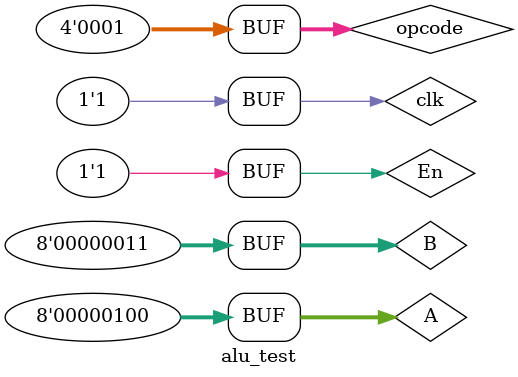
<source format=v>
`timescale 1ns / 1ps


module alu_test;

	// Inputs
	reg [7:0] A;
	reg [7:0] B;
	reg [3:0] opcode;
	reg clk;
	reg En;

	// Outputs
	wire [7:0] ANS;
	wire [3:0] FL;

	// Instantiate the Unit Under Test (UUT)
	ALU uut (
		.A(A), 
		.B(B), 
		.ANS(ANS), 
		.FL(FL), 
		.opcode(opcode), 
		.clk(clk), 
		.En(En)
	);

	initial begin
		// Initialize Inputs
		A = 4;
		B = 3;
		opcode = 0001;
		clk = 0;
		En = 0;

		// Wait 100 ns for global reset to finish
		#100;
        clk = 1;
		  #100;
		  En=1;
		  #100;
		  clk=0;
		  #100;
		  clk=1;
		// Add stimulus here

	end
      
endmodule


</source>
